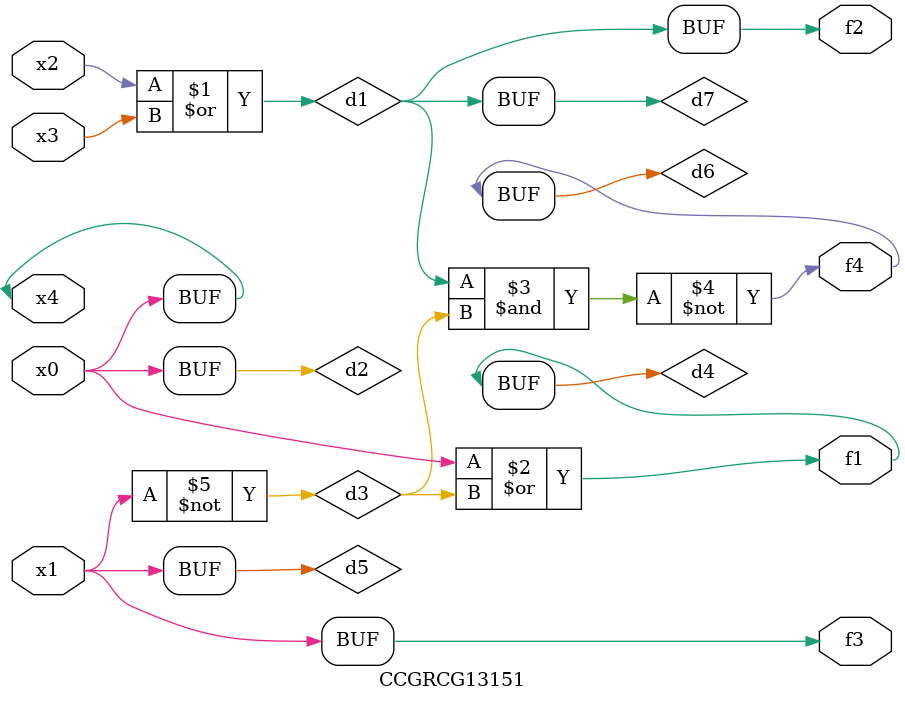
<source format=v>
module CCGRCG13151(
	input x0, x1, x2, x3, x4,
	output f1, f2, f3, f4
);

	wire d1, d2, d3, d4, d5, d6, d7;

	or (d1, x2, x3);
	buf (d2, x0, x4);
	not (d3, x1);
	or (d4, d2, d3);
	not (d5, d3);
	nand (d6, d1, d3);
	or (d7, d1);
	assign f1 = d4;
	assign f2 = d7;
	assign f3 = d5;
	assign f4 = d6;
endmodule

</source>
